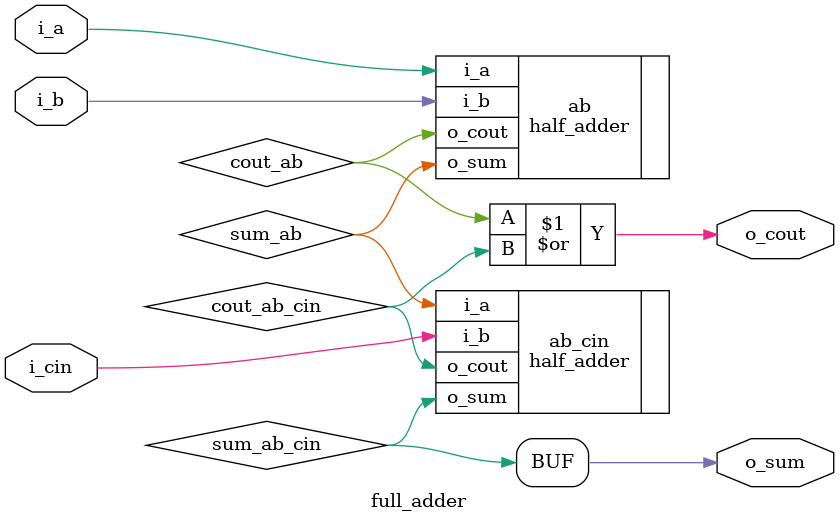
<source format=v>
module full_adder
(
    input wire i_a,
    input wire i_b,
    input wire i_cin,
    output wire o_sum,
    output wire o_cout
);
    wire sum_ab;
    wire cout_ab;

    wire sum_ab_cin;
    wire cout_ab_cin;

    half_adder ab
    (
        .i_a(i_a),
        .i_b(i_b),
        .o_sum(sum_ab),
        .o_cout(cout_ab)
    );

    half_adder ab_cin
    (
        .i_a(sum_ab),
        .i_b(i_cin),
        .o_sum(sum_ab_cin),
        .o_cout(cout_ab_cin)
    );

    assign o_sum = sum_ab_cin;
    assign o_cout = cout_ab | cout_ab_cin;

endmodule

</source>
